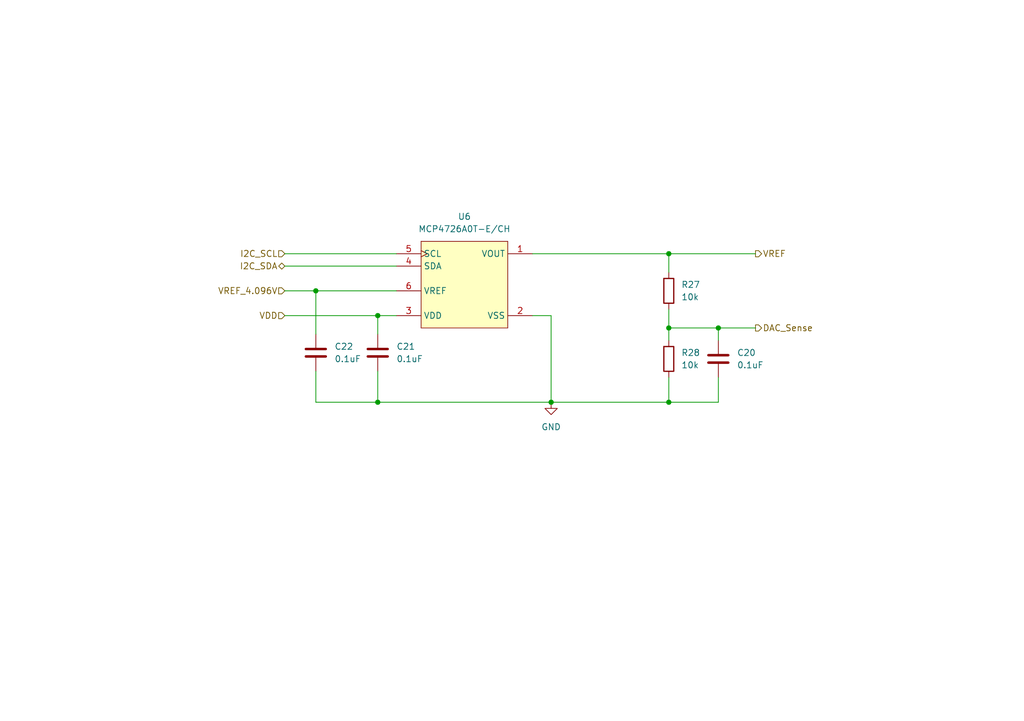
<source format=kicad_sch>
(kicad_sch (version 20250114) (generator "eeschema") (generator_version "9.0")
  (paper "A5")
  (lib_symbols
    (symbol "Device:C" (pin_numbers (hide yes)) (pin_names (offset 0.254))
      (property "Reference" "C" (at 0.635 2.54 0))
      (property "Value" "C" (at 0.635 -2.54 0))
      (symbol "C_0_1"
        (polyline (pts (xy -2.032 0.762) (xy 2.032 0.762)) (stroke (width 0.508)))
        (polyline (pts (xy -2.032 -0.762) (xy 2.032 -0.762)) (stroke (width 0.508)))
      )
      (symbol "C_1_1"
        (pin passive line (at 0 3.81 270) (length 2.794) (name "~") (number "1"))
        (pin passive line (at 0 -3.81 90) (length 2.794) (name "~") (number "2"))
      )
    )
    (symbol "Device:R" (pin_numbers (hide yes)) (pin_names (offset 0))
      (property "Reference" "R" (at 2.032 0 90))
      (property "Value" "R" (at 0 0 90))
      (symbol "R_0_1"
        (rectangle (start -1.016 -2.54) (end 1.016 2.54) (stroke (width 0.254)))
      )
      (symbol "R_1_1"
        (pin passive line (at 0 3.81 270) (length 1.27) (name "~") (number "1"))
        (pin passive line (at 0 -3.81 90) (length 1.27) (name "~") (number "2"))
      )
    )
    (symbol "Passive:MCP4726A0T-E_CH"
      (property "Reference" "U" (at 0 11.43 0))
      (property "Value" "MCP4726A0T-E/CH" (at 0 -11.43 0))
      (symbol "MCP4726A0T-E_CH_0_1"
        (rectangle (start -8.89 8.89) (end 8.89 -8.89) (fill (type background)))
        (pin unspecified clock (at -13.97 6.35 0) (length 5.08) (name "SCL") (number "5"))
        (pin bidirectional line (at -13.97 3.81 0) (length 5.08) (name "SDA") (number "4"))
        (pin power_in line (at -13.97 -1.27 0) (length 5.08) (name "VREF") (number "6"))
        (pin power_in line (at -13.97 -6.35 0) (length 5.08) (name "VDD") (number "3"))
        (pin output line (at 13.97 6.35 180) (length 5.08) (name "VOUT") (number "1"))
        (pin power_in line (at 13.97 -6.35 180) (length 5.08) (name "VSS") (number "2"))
      )
    )
    (symbol "power:GND" (power) (pin_numbers (hide yes)) (pin_names (offset 0) (hide yes))
      (property "Value" "GND" (at 0 -3.81 0))
      (symbol "GND_0_1"
        (polyline (pts (xy 0 0) (xy 0 -1.27) (xy 1.27 -1.27) (xy 0 -2.54) (xy -1.27 -1.27) (xy 0 -1.27)))
      )
      (symbol "GND_1_1"
        (pin power_in line (at 0 0 270) (length 0) (name "~") (number "1"))
      )
    )
  )
  (junction (at 137.16 67.31))
  (junction (at 77.47 82.55))
  (junction (at 113.03 82.55))
  (junction (at 147.32 67.31))
  (junction (at 137.16 82.55))
  (junction (at 64.77 59.69))
  (junction (at 77.47 64.77))
  (junction (at 137.16 52.07))
  (wire (pts (xy 64.77 59.69) (xy 64.77 68.58)))
  (wire (pts (xy 64.77 76.2) (xy 64.77 82.55)))
  (wire (pts (xy 113.03 64.77) (xy 109.22 64.77)))
  (wire (pts (xy 147.32 69.85) (xy 147.32 67.31)))
  (wire (pts (xy 113.03 64.77) (xy 113.03 82.55)))
  (wire (pts (xy 113.03 82.55) (xy 137.16 82.55)))
  (wire (pts (xy 147.32 82.55) (xy 137.16 82.55)))
  (wire (pts (xy 64.77 82.55) (xy 77.47 82.55)))
  (wire (pts (xy 58.42 54.61) (xy 81.28 54.61)))
  (wire (pts (xy 147.32 67.31) (xy 154.94 67.31)))
  (wire (pts (xy 77.47 64.77) (xy 81.28 64.77)))
  (wire (pts (xy 137.16 52.07) (xy 154.94 52.07)))
  (wire (pts (xy 137.16 52.07) (xy 109.22 52.07)))
  (wire (pts (xy 147.32 67.31) (xy 137.16 67.31)))
  (wire (pts (xy 137.16 52.07) (xy 137.16 55.88)))
  (wire (pts (xy 77.47 64.77) (xy 77.47 68.58)))
  (wire (pts (xy 58.42 52.07) (xy 81.28 52.07)))
  (wire (pts (xy 58.42 64.77) (xy 77.47 64.77)))
  (wire (pts (xy 58.42 59.69) (xy 64.77 59.69)))
  (wire (pts (xy 77.47 82.55) (xy 77.47 76.2)))
  (wire (pts (xy 137.16 67.31) (xy 137.16 63.5)))
  (wire (pts (xy 147.32 77.47) (xy 147.32 82.55)))
  (wire (pts (xy 64.77 59.69) (xy 81.28 59.69)))
  (wire (pts (xy 77.47 82.55) (xy 113.03 82.55)))
  (wire (pts (xy 137.16 69.85) (xy 137.16 67.31)))
  (wire (pts (xy 137.16 77.47) (xy 137.16 82.55)))
  (hierarchical_label "VREF_4.096V" (shape input) (at 58.42 59.69 180))
  (hierarchical_label "I2C_SCL" (shape input) (at 58.42 52.07 180))
  (hierarchical_label "VREF" (shape output) (at 154.94 52.07 0))
  (hierarchical_label "VDD" (shape input) (at 58.42 64.77 180))
  (hierarchical_label "DAC_Sense" (shape output) (at 154.94 67.31 0))
  (hierarchical_label "I2C_SDA" (shape bidirectional) (at 58.42 54.61 180))
  (symbol (lib_id "Device:C") (at 77.47 72.39 0) (unit 1)
    (property "Reference" "C21" (at 81.28 71.1199 0) (effects (justify left)))
    (property "Value" "0.1uF" (at 81.28 73.6599 0) (effects (justify left)))
    (property "Description" "Unpolarized capacitor" (effects (hide yes)))
  )
  (symbol (lib_id "Device:C") (at 64.77 72.39 0) (unit 1)
    (property "Reference" "C22" (at 68.58 71.1199 0) (effects (justify left)))
    (property "Value" "0.1uF" (at 68.58 73.6599 0) (effects (justify left)))
    (property "Description" "Unpolarized capacitor" (effects (hide yes)))
  )
  (symbol (lib_id "Device:R") (at 137.16 73.66 180) (unit 1)
    (property "Reference" "R28" (at 139.7 72.3899 0) (effects (justify right)))
    (property "Value" "10k" (at 139.7 74.9299 0) (effects (justify right)))
    (property "Description" "Resistor" (effects (hide yes)))
  )
  (symbol (lib_id "Device:R") (at 137.16 59.69 180) (unit 1)
    (property "Reference" "R27" (at 139.7 58.4199 0) (effects (justify right)))
    (property "Value" "10k" (at 139.7 60.9599 0) (effects (justify right)))
    (property "Description" "Resistor" (effects (hide yes)))
  )
  (symbol (lib_id "Device:C") (at 147.32 73.66 0) (unit 1)
    (property "Reference" "C20" (at 151.13 72.3899 0) (effects (justify left)))
    (property "Value" "0.1uF" (at 151.13 74.9299 0) (effects (justify left)))
    (property "Description" "Unpolarized capacitor" (effects (hide yes)))
  )
  (symbol (lib_id "power:GND") (at 113.03 82.55 0) (unit 1)
    (property "Reference" "#PWR016" (effects (hide yes)))
    (property "Value" "GND" (at 113.03 87.63 0))
    (property "Description" "Power symbol creates a global label with name \"GND\" , ground" (effects (hide yes)))
  )
  (symbol (lib_id "Passive:MCP4726A0T-E_CH") (at 95.25 58.42 0) (unit 1)
    (property "Reference" "U6" (at 95.25 44.45 0))
    (property "Value" "MCP4726A0T-E/CH" (at 95.25 46.99 0))
    (property "Footprint" "Passive:SOT-23-6_L2.9-W1.6-P0.95-LS2.8-BL" (effects (hide yes)))
    (property "Datasheet" "https://lcsc.com/product-detail/Others_Microchip-Tech_MCP4726A0T-E-CH_Microchip-Tech-MCP4726A0T-E-CH_C191581.html" (effects (hide yes)))
    (property "LCSC Part" "C191581" (effects (hide yes)))
  )
)
</source>
